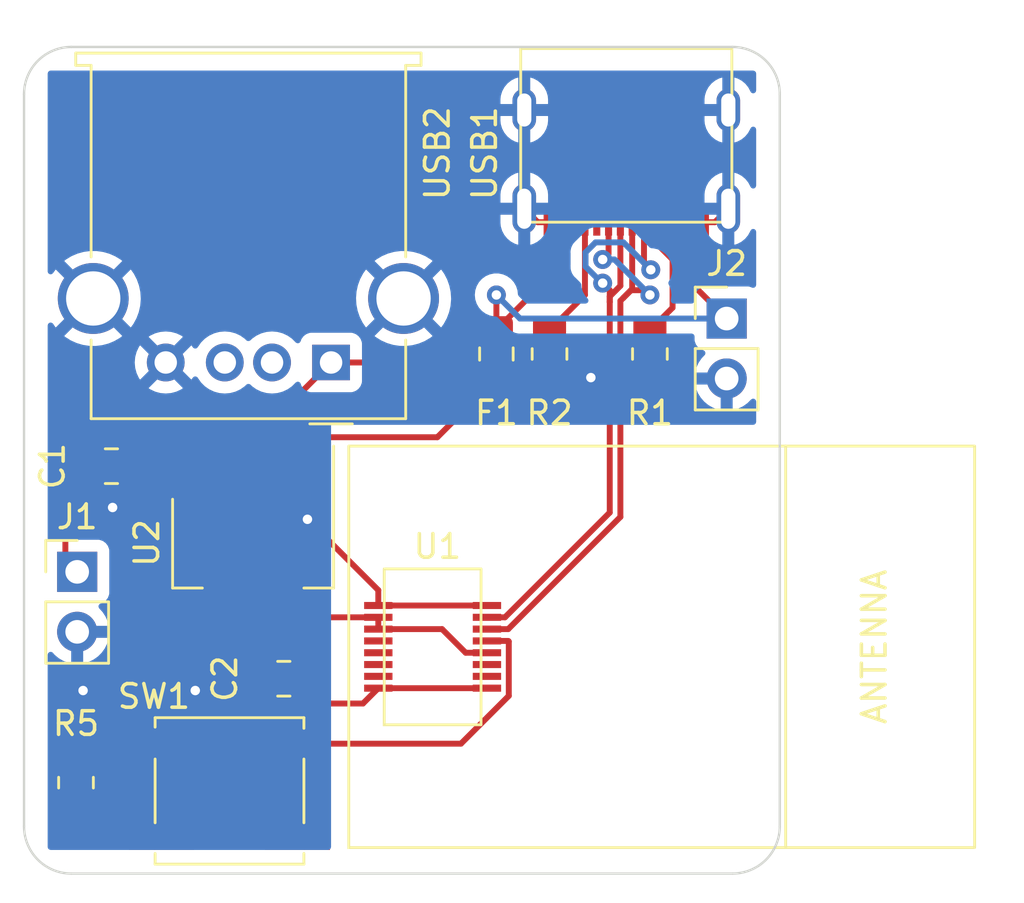
<source format=kicad_pcb>
(kicad_pcb (version 20211014) (generator pcbnew)
  (title_block (title "Wii Bluetooth Sensor Bar") (date "2022-07-03") (rev "A") (company "Ben's Universe") (comment 1 "Ben Owen"))
  (layers (0 "F.Cu" signal) (31 "B.Cu" signal) (34 "B.Paste" user) (35 "F.Paste" user) (36 "B.SilkS" user "B.Silkscreen") (37 "F.SilkS" user "F.Silkscreen") (38 "B.Mask" user) (39 "F.Mask" user) (44 "Edge.Cuts" user))
  (net 0 "")
  (net 1 "Net-(C1-Pad1)")
  (net 2 "GND")
  (net 3 "+3V3")
  (net 4 "+5V")
  (net 5 "Net-(USB1-PadA5)")
  (net 6 "Net-(USB1-PadB5)")
  (net 7 "Net-(USB1-PadA7)")
  (net 8 "Net-(USB1-PadA6)")
  (net 13 "Net-(SW1-Pad2)")
  (footprint "Resistor_SMD:R_0805_2012Metric_Pad1.20x1.40mm_HandSolder" (layer "F.Cu") (at 145.25 89 -90)
    (fp_text reference "R2" (at 2.5 0 180) (layer "F.SilkS"))
    (fp_text value "5.1K")
    (fp_line (start -0.227064 0.735) (end 0.227064 0.735) (layer "F.SilkS") (width 0.12))
    (fp_line (start -0.227064 -0.735) (end 0.227064 -0.735) (layer "F.SilkS") (width 0.12))
    (pad "1" smd roundrect (at -1 0 270) (size 1.2 1.4) (layers "F.Cu" "F.Paste" "F.Mask") (roundrect_rratio 0.208333) (net 6 "Net-(USB1-PadB5)"))
    (pad "2" smd roundrect (at 1 0 270) (size 1.2 1.4) (layers "F.Cu" "F.Paste" "F.Mask") (roundrect_rratio 0.208333) (net 2 "GND"))
  )
  (footprint "Resistor_SMD:R_0805_2012Metric_Pad1.20x1.40mm_HandSolder" (layer "F.Cu") (at 149.5 89 -90)
    (fp_text reference "R1" (at 2.5 0 180) (layer "F.SilkS"))
    (fp_text value "5.1K")
    (fp_line (start -0.227064 0.735) (end 0.227064 0.735) (layer "F.SilkS") (width 0.12))
    (fp_line (start -0.227064 -0.735) (end 0.227064 -0.735) (layer "F.SilkS") (width 0.12))
    (pad "1" smd roundrect (at -1 0 270) (size 1.2 1.4) (layers "F.Cu" "F.Paste" "F.Mask") (roundrect_rratio 0.208333) (net 5 "Net-(USB1-PadA5)"))
    (pad "2" smd roundrect (at 1 0 270) (size 1.2 1.4) (layers "F.Cu" "F.Paste" "F.Mask") (roundrect_rratio 0.208333) (net 2 "GND"))
  )
  (footprint "Capacitor_SMD:C_0805_2012Metric_Pad1.18x1.45mm_HandSolder" (layer "F.Cu") (at 126.7 93.75 180)
    (fp_text reference "C1" (at 2.5 0 90) (layer "F.SilkS"))
    (fp_text value "0.1uF")
    (fp_line (start -0.261252 -0.735) (end 0.261252 -0.735) (layer "F.SilkS") (width 0.12))
    (fp_line (start -0.261252 0.735) (end 0.261252 0.735) (layer "F.SilkS") (width 0.12))
    (pad "1" smd roundrect (at -1.0375 0 180) (size 1.175 1.45) (layers "F.Cu" "F.Paste" "F.Mask") (roundrect_rratio 0.212766) (net 1 "Net-(C1-Pad1)"))
    (pad "2" smd roundrect (at 1.0375 0 180) (size 1.175 1.45) (layers "F.Cu" "F.Paste" "F.Mask") (roundrect_rratio 0.212766) (net 2 "GND"))
  )
  (footprint "Package_TO_SOT_SMD:SOT-223-3_TabPin2" (layer "F.Cu") (at 132.7 97 -90)
    (fp_text reference "U2" (at 0 4.5 -90) (layer "F.SilkS"))
    (fp_text value "LM1117-3.3")
    (fp_line (start -4.1 -3.41) (end 1.91 -3.41) (layer "F.SilkS") (width 0.12))
    (fp_line (start 1.91 -3.41) (end 1.91 -2.15) (layer "F.SilkS") (width 0.12))
    (fp_line (start -1.85 3.41) (end 1.91 3.41) (layer "F.SilkS") (width 0.12))
    (fp_line (start 1.91 3.41) (end 1.91 2.15) (layer "F.SilkS") (width 0.12))
    (pad "1" smd rect (at -3.15 -2.3 270) (size 2 1.5) (layers "F.Cu" "F.Paste" "F.Mask") (net 2 "GND"))
    (pad "2" smd rect (at -3.15 0 270) (size 2 1.5) (layers "F.Cu" "F.Paste" "F.Mask") (net 3 "+3V3"))
    (pad "2" smd rect (at 3.15 0 270) (size 2 3.8) (layers "F.Cu" "F.Paste" "F.Mask") (net 3 "+3V3"))
    (pad "3" smd rect (at -3.15 2.3 270) (size 2 1.5) (layers "F.Cu" "F.Paste" "F.Mask") (net 1 "Net-(C1-Pad1)"))
  )
  (footprint "Capacitor_SMD:C_0805_2012Metric_Pad1.18x1.45mm_HandSolder" (layer "F.Cu") (at 134 102.75 180)
    (fp_text reference "C2" (at 2.5 0 90) (layer "F.SilkS"))
    (fp_text value "0.1uF")
    (fp_line (start -0.261252 0.735) (end 0.261252 0.735) (layer "F.SilkS") (width 0.12))
    (fp_line (start -0.261252 -0.735) (end 0.261252 -0.735) (layer "F.SilkS") (width 0.12))
    (pad "1" smd roundrect (at -1.0375 0 180) (size 1.175 1.45) (layers "F.Cu" "F.Paste" "F.Mask") (roundrect_rratio 0.212766) (net 3 "+3V3"))
    (pad "2" smd roundrect (at 1.0375 0 180) (size 1.175 1.45) (layers "F.Cu" "F.Paste" "F.Mask") (roundrect_rratio 0.212766) (net 2 "GND"))
  )
  (footprint "Connector_USB_Other:USB_C_Receptacle_Amphenol_C12402012" (layer "F.Cu") (at 152.82 78.67 180)
    (fp_text reference "USB1" (at 10.32 -1.83 90 unlocked) (layer "F.SilkS"))
    (fp_text value "USB_C_Receptacle_USB2.0")
    (fp_rect (start -0.15 -4.75) (end 8.79 2.6) (layer "F.SilkS") (width 0.12) (fill none))
    (pad "A1" smd rect (at 0.97 -4.75 180) (size 0.3 1.14) (layers "F.Cu" "F.Paste" "F.Mask") (net 2 "GND"))
    (pad "A4" smd rect (at 1.77 -4.75 180) (size 0.3 1.14) (layers "F.Cu" "F.Paste" "F.Mask") (net 4 "+5V"))
    (pad "A5" smd rect (at 3.07 -4.75 180) (size 0.3 1.14) (layers "F.Cu" "F.Paste" "F.Mask") (net 5 "Net-(USB1-PadA5)"))
    (pad "A6" smd rect (at 4.07 -4.75 180) (size 0.3 1.14) (layers "F.Cu" "F.Paste" "F.Mask") (net 8 "Net-(USB1-PadA6)"))
    (pad "A7" smd rect (at 4.57 -4.75 180) (size 0.3 1.14) (layers "F.Cu" "F.Paste" "F.Mask") (net 7 "Net-(USB1-PadA7)"))
    (pad "A8" smd rect (at 5.57 -4.75 180) (size 0.3 1.14) (layers "F.Cu" "F.Paste" "F.Mask"))
    (pad "A9" smd rect (at 6.87 -4.75 180) (size 0.3 1.14) (layers "F.Cu" "F.Paste" "F.Mask") (net 4 "+5V"))
    (pad "A12" smd rect (at 7.67 -4.75 180) (size 0.3 1.14) (layers "F.Cu" "F.Paste" "F.Mask") (net 2 "GND"))
    (pad "B1" smd rect (at 7.37 -4.75 180) (size 0.3 1.14) (layers "F.Cu" "F.Paste" "F.Mask") (net 2 "GND"))
    (pad "B4" smd rect (at 6.57 -4.75 180) (size 0.3 1.14) (layers "F.Cu" "F.Paste" "F.Mask") (net 4 "+5V"))
    (pad "B5" smd rect (at 6.07 -4.75 180) (size 0.3 1.14) (layers "F.Cu" "F.Paste" "F.Mask") (net 6 "Net-(USB1-PadB5)"))
    (pad "B6" smd rect (at 5.07 -4.75 180) (size 0.3 1.14) (layers "F.Cu" "F.Paste" "F.Mask") (net 8 "Net-(USB1-PadA6)"))
    (pad "B7" smd rect (at 3.57 -4.75 180) (size 0.3 1.14) (layers "F.Cu" "F.Paste" "F.Mask") (net 7 "Net-(USB1-PadA7)"))
    (pad "B8" smd rect (at 2.57 -4.75 180) (size 0.3 1.14) (layers "F.Cu" "F.Paste" "F.Mask"))
    (pad "B9" smd rect (at 2.07 -4.75 180) (size 0.3 1.14) (layers "F.Cu" "F.Paste" "F.Mask") (net 4 "+5V"))
    (pad "B12" smd rect (at 1.27 -4.75 180) (size 0.3 1.14) (layers "F.Cu" "F.Paste" "F.Mask") (net 2 "GND"))
    (pad "S1" thru_hole oval (at 8.64 0 180) (size 1 1.8) (drill oval 0.6 1.4) (layers *.Cu *.Mask) (net 2 "GND"))
    (pad "S1" thru_hole oval (at 8.64 -4.18 180) (size 1 2.1) (drill oval 0.6 1.7) (layers *.Cu *.Mask) (net 2 "GND"))
    (pad "S1" thru_hole oval (at 0 -4.18 180) (size 1 2.1) (drill oval 0.6 1.7) (layers *.Cu *.Mask) (net 2 "GND"))
    (pad "S1" thru_hole oval (at 0 0 180) (size 1 1.8) (drill oval 0.6 1.4) (layers *.Cu *.Mask) (net 2 "GND"))
  )
  (footprint "Connector_PinHeader_2.54mm:PinHeader_1x02_P2.54mm_Vertical" (layer "F.Cu") (at 152.75 87.5)
    (fp_text reference "J2" (at 0 -2.33) (layer "F.SilkS"))
    (fp_text value "LED_Right")
    (fp_line (start 1.33 1.27) (end 1.33 3.87) (layer "F.SilkS") (width 0.12))
    (fp_line (start -1.33 1.27) (end 1.33 1.27) (layer "F.SilkS") (width 0.12))
    (fp_line (start -1.33 1.27) (end -1.33 3.87) (layer "F.SilkS") (width 0.12))
    (fp_line (start -1.33 3.87) (end 1.33 3.87) (layer "F.SilkS") (width 0.12))
    (fp_line (start -1.33 0) (end -1.33 -1.33) (layer "F.SilkS") (width 0.12))
    (fp_line (start -1.33 -1.33) (end 0 -1.33) (layer "F.SilkS") (width 0.12))
    (pad "1" thru_hole rect (at 0 0) (size 1.7 1.7) (drill 1) (layers *.Cu *.Mask) (net 4 "+5V"))
    (pad "2" thru_hole oval (at 0 2.54) (size 1.7 1.7) (drill 1) (layers *.Cu *.Mask) (net 2 "GND"))
  )
  (footprint "Connector_USB:USB_A_Molex_67643_Horizontal" (layer "F.Cu") (at 136 89.36 180)
    (fp_text reference "USB2" (at -4.5 8.86 90) (layer "F.SilkS"))
    (fp_text value "USB_A")
    (fp_line (start 10.16 4.47) (end 10.16 12.58) (layer "F.SilkS") (width 0.12))
    (fp_line (start -3.16 -2.38) (end 10.16 -2.38) (layer "F.SilkS") (width 0.12))
    (fp_line (start -3.16 -2.38) (end -3.16 0.95) (layer "F.SilkS") (width 0.12))
    (fp_line (start -0.9 -2.6) (end 0.9 -2.6) (layer "F.SilkS") (width 0.12))
    (fp_line (start 10.81 12.58) (end 10.16 12.58) (layer "F.SilkS") (width 0.12))
    (fp_line (start -3.81 12.58) (end -3.81 13.1) (layer "F.SilkS") (width 0.12))
    (fp_line (start -3.16 12.58) (end -3.81 12.58) (layer "F.SilkS") (width 0.12))
    (fp_line (start -3.16 12.58) (end -3.16 4.47) (layer "F.SilkS") (width 0.12))
    (fp_line (start 10.81 13.1) (end 10.81 12.58) (layer "F.SilkS") (width 0.12))
    (fp_line (start -3.81 13.1) (end 10.81 13.1) (layer "F.SilkS") (width 0.12))
    (fp_line (start 10.16 -2.38) (end 10.16 0.95) (layer "F.SilkS") (width 0.12))
    (pad "1" thru_hole rect (at 0 0 180) (size 1.6 1.5) (drill 0.95) (layers *.Cu *.Mask) (net 4 "+5V"))
    (pad "2" thru_hole circle (at 2.5 0 180) (size 1.6 1.6) (drill 0.95) (layers *.Cu *.Mask))
    (pad "3" thru_hole circle (at 4.5 0 180) (size 1.6 1.6) (drill 0.95) (layers *.Cu *.Mask))
    (pad "4" thru_hole circle (at 7 0 180) (size 1.6 1.6) (drill 0.95) (layers *.Cu *.Mask) (net 2 "GND"))
    (pad "5" thru_hole circle (at -3.07 2.71 180) (size 3 3) (drill 2.3) (layers *.Cu *.Mask) (net 2 "GND"))
    (pad "5" thru_hole circle (at 10.07 2.71 180) (size 3 3) (drill 2.3) (layers *.Cu *.Mask) (net 2 "GND"))
  )
  (footprint "Fuse:Fuse_0805_2012Metric_Pad1.15x1.40mm_HandSolder" (layer "F.Cu") (at 143 89 -90)
    (fp_text reference "F1" (at 2.5 0 180) (layer "F.SilkS"))
    (fp_text value "500mA")
    (fp_line (start -0.261252 -0.71) (end 0.261252 -0.71) (layer "F.SilkS") (width 0.12))
    (fp_line (start -0.261252 0.71) (end 0.261252 0.71) (layer "F.SilkS") (width 0.12))
    (pad "1" smd roundrect (at -1.025 0 270) (size 1.15 1.4) (layers "F.Cu" "F.Paste" "F.Mask") (roundrect_rratio 0.217391) (net 4 "+5V"))
    (pad "2" smd roundrect (at 1.025 0 270) (size 1.15 1.4) (layers "F.Cu" "F.Paste" "F.Mask") (roundrect_rratio 0.217391) (net 1 "Net-(C1-Pad1)"))
  )
  (footprint "Button_Switch_SMD:SW_SPST_EVPBF" (layer "F.Cu") (at 131.7 107.5 180)
    (fp_text reference "SW1" (at 3.2 4) (layer "F.SilkS"))
    (fp_text value "SW_Push")
    (fp_line (start 3.15 3.1) (end 3.15 2.7) (layer "F.SilkS") (width 0.12))
    (fp_line (start -3.15 -3.1) (end 3.15 -3.1) (layer "F.SilkS") (width 0.12))
    (fp_line (start 3.15 -3.1) (end 3.15 -2.65) (layer "F.SilkS") (width 0.12))
    (fp_line (start -3.15 -2.65) (end -3.15 -3.1) (layer "F.SilkS") (width 0.12))
    (fp_line (start 3.15 -1.35) (end 3.15 1.35) (layer "F.SilkS") (width 0.12))
    (fp_line (start -3.15 2.65) (end -3.15 3.1) (layer "F.SilkS") (width 0.12))
    (fp_line (start -3.15 1.35) (end -3.15 -1.35) (layer "F.SilkS") (width 0.12))
    (fp_line (start -3.15 3.1) (end 3.15 3.1) (layer "F.SilkS") (width 0.12))
    (pad "1" smd rect (at 2.88 -2 180) (size 2.75 1) (layers "F.Cu" "F.Paste" "F.Mask") (net 3 "+3V3"))
    (pad "1" smd rect (at -2.88 -2 180) (size 2.75 1) (layers "F.Cu" "F.Paste" "F.Mask") (net 3 "+3V3"))
    (pad "2" smd rect (at 2.88 2 180) (size 2.75 1) (layers "F.Cu" "F.Paste" "F.Mask") (net 13 "Net-(SW1-Pad2)"))
    (pad "2" smd rect (at -2.88 2 180) (size 2.75 1) (layers "F.Cu" "F.Paste" "F.Mask") (net 13 "Net-(SW1-Pad2)"))
  )
  (footprint "Resistor_SMD:R_0805_2012Metric_Pad1.20x1.40mm_HandSolder" (layer "F.Cu") (at 125.2 107.15 90)
    (fp_text reference "R5" (at 2.5 0 180) (layer "F.SilkS"))
    (fp_text value "10K")
    (fp_line (start -0.227064 0.735) (end 0.227064 0.735) (layer "F.SilkS") (width 0.12))
    (fp_line (start -0.227064 -0.735) (end 0.227064 -0.735) (layer "F.SilkS") (width 0.12))
    (pad "1" smd roundrect (at -1 0 90) (size 1.2 1.4) (layers "F.Cu" "F.Paste" "F.Mask") (roundrect_rratio 0.208333) (net 3 "+3V3"))
    (pad "2" smd roundrect (at 1 0 90) (size 1.2 1.4) (layers "F.Cu" "F.Paste" "F.Mask") (roundrect_rratio 0.208333) (net 2 "GND"))
  )
  (footprint "Connector_PinHeader_2.54mm:PinHeader_1x02_P2.54mm_Vertical" (layer "F.Cu") (at 125.25 98.225)
    (fp_text reference "J1" (at 0 -2.33) (layer "F.SilkS"))
    (fp_text value "LED_Left")
    (fp_line (start -1.33 -1.33) (end 0 -1.33) (layer "F.SilkS") (width 0.12))
    (fp_line (start -1.33 0) (end -1.33 -1.33) (layer "F.SilkS") (width 0.12))
    (fp_line (start -1.33 1.27) (end 1.33 1.27) (layer "F.SilkS") (width 0.12))
    (fp_line (start 1.33 1.27) (end 1.33 3.87) (layer "F.SilkS") (width 0.12))
    (fp_line (start -1.33 3.87) (end 1.33 3.87) (layer "F.SilkS") (width 0.12))
    (fp_line (start -1.33 1.27) (end -1.33 3.87) (layer "F.SilkS") (width 0.12))
    (pad "1" thru_hole rect (at 0 0) (size 1.7 1.7) (drill 1) (layers *.Cu *.Mask) (net 4 "+5V"))
    (pad "2" thru_hole oval (at 0 2.54) (size 1.7 1.7) (drill 1) (layers *.Cu *.Mask) (net 2 "GND"))
  )
  (footprint "Connector_Other:J27H002" (layer "F.Cu") (at 138 103.15 90)
    (fp_text reference "U1" (at 6 2.5 unlocked) (layer "F.SilkS"))
    (fp_text value "J27H002")
    (fp_text user "ANTENNA" (at 1.75 21 90 unlocked) (layer "F.SilkS"))
    (fp_line (start 10.25 17.25) (end -6.75 17.25) (layer "F.SilkS") (width 0.12))
    (fp_rect (start -1.55 0.25) (end 5.05 4.35) (layer "F.SilkS") (width 0.12) (fill none))
    (fp_rect (start -6.75 -1.25) (end 10.25 25.25) (layer "F.SilkS") (width 0.12) (fill none))
    (pad "1" smd rect (at 0 0 90) (size 0.3 1.2) (layers "F.Cu" "F.Paste" "F.Mask") (net 2 "GND"))
    (pad "2" smd rect (at 0.5 0 90) (size 0.3 1.2) (layers "F.Cu" "F.Paste" "F.Mask"))
    (pad "3" smd rect (at 1 0 90) (size 0.3 1.2) (layers "F.Cu" "F.Paste" "F.Mask"))
    (pad "4" smd rect (at 1.5 0 90) (size 0.3 1.2) (layers "F.Cu" "F.Paste" "F.Mask"))
    (pad "5" smd rect (at 2 0 90) (size 0.3 1.2) (layers "F.Cu" "F.Paste" "F.Mask"))
    (pad "6" smd rect (at 2.5 0 90) (size 0.3 1.2) (layers "F.Cu" "F.Paste" "F.Mask") (net 3 "+3V3"))
    (pad "7" smd rect (at 3 0 90) (size 0.3 1.2) (layers "F.Cu" "F.Paste" "F.Mask") (net 3 "+3V3"))
    (pad "8" smd rect (at 3.5 0 90) (size 0.3 1.2) (layers "F.Cu" "F.Paste" "F.Mask") (net 2 "GND"))
    (pad "9" smd rect (at 3.5 4.6 90) (size 0.3 1.2) (layers "F.Cu" "F.Paste" "F.Mask") (net 2 "GND"))
    (pad "10" smd rect (at 3 4.6 90) (size 0.3 1.2) (layers "F.Cu" "F.Paste" "F.Mask") (net 7 "Net-(USB1-PadA7)"))
    (pad "11" smd rect (at 2.5 4.6 90) (size 0.3 1.2) (layers "F.Cu" "F.Paste" "F.Mask") (net 8 "Net-(USB1-PadA6)"))
    (pad "12" smd rect (at 2 4.6 90) (size 0.3 1.2) (layers "F.Cu" "F.Paste" "F.Mask") (net 13 "Net-(SW1-Pad2)"))
    (pad "13" smd rect (at 1.5 4.6 90) (size 0.3 1.2) (layers "F.Cu" "F.Paste" "F.Mask") (net 3 "+3V3"))
    (pad "14" smd rect (at 1 4.6 90) (size 0.3 1.2) (layers "F.Cu" "F.Paste" "F.Mask"))
    (pad "15" smd rect (at 0.5 4.6 90) (size 0.3 1.2) (layers "F.Cu" "F.Paste" "F.Mask"))
    (pad "16" smd rect (at 0 4.6 90) (size 0.3 1.2) (layers "F.Cu" "F.Paste" "F.Mask") (net 2 "GND"))
  )
  (gr_arc (start 125 111) (mid 123.585786 110.414214) (end 123 109) (layer "Edge.Cuts") (width 0.1))
  (gr_line (start 123 109) (end 123 78) (layer "Edge.Cuts") (width 0.1))
  (gr_line (start 125 76) (end 153 76) (layer "Edge.Cuts") (width 0.1))
  (gr_arc (start 153 76) (mid 154.414214 76.585786) (end 155 78) (layer "Edge.Cuts") (width 0.1))
  (gr_arc (start 123 78) (mid 123.585786 76.585786) (end 125 76) (layer "Edge.Cuts") (width 0.1))
  (gr_line (start 155 78) (end 155 109) (layer "Edge.Cuts") (width 0.1))
  (gr_line (start 153 111) (end 125 111) (layer "Edge.Cuts") (width 0.1))
  (gr_arc (start 155 109) (mid 154.414214 110.414214) (end 153 111) (layer "Edge.Cuts") (width 0.1))
  (segment (start 131.725 92.525) (end 130.4 93.85) (width 0.25) (layer "F.Cu") (net 1))
  (segment (start 143 90.025) (end 140.5 92.525) (width 0.25) (layer "F.Cu") (net 1))
  (segment (start 130.4 93.85) (end 127.8375 93.85) (width 0.25) (layer "F.Cu") (net 1))
  (segment (start 140.5 92.525) (end 131.725 92.525) (width 0.25) (layer "F.Cu") (net 1))
  (segment (start 127.8375 93.85) (end 127.7375 93.75) (width 0.25) (layer "F.Cu") (net 1))
  (segment (start 132.9625 102.75) (end 130.75 102.75) (width 0.25) (layer "F.Cu") (net 2))
  (segment (start 130.75 102.75) (end 130.25 103.25) (width 0.25) (layer "F.Cu") (net 2))
  (segment (start 125.2 103.55) (end 125.5 103.25) (width 0.25) (layer "F.Cu") (net 2))
  (segment (start 138 99) (end 135 96) (width 0.25) (layer "F.Cu") (net 2))
  (segment (start 144.75 83.42) (end 144.18 82.85) (width 0.25) (layer "F.Cu") (net 2))
  (segment (start 125.6625 93.75) (end 125.6625 94.4125) (width 0.25) (layer "F.Cu") (net 2))
  (segment (start 142.6 99.65) (end 138 99.65) (width 0.25) (layer "F.Cu") (net 2))
  (segment (start 125.2 106.15) (end 125.2 103.55) (width 0.25) (layer "F.Cu") (net 2))
  (segment (start 137.35 103.8) (end 134.0125 103.8) (width 0.25) (layer "F.Cu") (net 2))
  (segment (start 152.25 83.42) (end 152.82 82.85) (width 0.25) (layer "F.Cu") (net 2))
  (segment (start 149.54 90.04) (end 152.75 90.04) (width 0.25) (layer "F.Cu") (net 2))
  (segment (start 145.15 83.42) (end 144.75 83.42) (width 0.25) (layer "F.Cu") (net 2))
  (segment (start 151.85 83.42) (end 152.25 83.42) (width 0.25) (layer "F.Cu") (net 2))
  (segment (start 138 103.15) (end 137.35 103.8) (width 0.25) (layer "F.Cu") (net 2))
  (segment (start 125.6625 94.4125) (end 126.75 95.5) (width 0.25) (layer "F.Cu") (net 2))
  (segment (start 142.6 103.15) (end 138 103.15) (width 0.25) (layer "F.Cu") (net 2))
  (segment (start 135 93.85) (end 135 96) (width 0.25) (layer "F.Cu") (net 2))
  (segment (start 138 99.65) (end 138 99) (width 0.25) (layer "F.Cu") (net 2))
  (segment (start 149.5 90) (end 149.54 90.04) (width 0.25) (layer "F.Cu") (net 2))
  (segment (start 145.25 90) (end 147 90) (width 0.25) (layer "F.Cu") (net 2))
  (segment (start 134.0125 103.8) (end 132.9625 102.75) (width 0.25) (layer "F.Cu") (net 2))
  (via (at 135 96) (size 0.8) (drill 0.4) (layers "F.Cu" "B.Cu") (net 2))
  (via (at 125.5 103.25) (size 0.8) (drill 0.4) (layers "F.Cu" "B.Cu") (net 2))
  (via (at 147 90) (size 0.8) (drill 0.4) (layers "F.Cu" "B.Cu") (net 2))
  (via (at 130.25 103.25) (size 0.8) (drill 0.4) (layers "F.Cu" "B.Cu") (net 2))
  (via (at 126.75 95.5) (size 0.8) (drill 0.4) (layers "F.Cu" "B.Cu") (net 2))
  (segment (start 126.225 107.125) (end 125.2 108.15) (width 0.25) (layer "F.Cu") (net 3))
  (segment (start 126.225 105.725) (end 126.225 107.125) (width 0.25) (layer "F.Cu") (net 3))
  (segment (start 132.7 100.15) (end 131.8 100.15) (width 0.25) (layer "F.Cu") (net 3))
  (segment (start 125.2 108.15) (end 126.55 109.5) (width 0.25) (layer "F.Cu") (net 3))
  (segment (start 134.58 109.5) (end 128.82 109.5) (width 0.25) (layer "F.Cu") (net 3))
  (segment (start 135.0375 102.4875) (end 132.7 100.15) (width 0.25) (layer "F.Cu") (net 3))
  (segment (start 132.7 100.15) (end 138 100.15) (width 0.25) (layer "F.Cu") (net 3))
  (segment (start 140.7 100.65) (end 141.7 101.65) (width 0.25) (layer "F.Cu") (net 3))
  (segment (start 141.7 101.65) (end 142.6 101.65) (width 0.25) (layer "F.Cu") (net 3))
  (segment (start 135.0375 102.75) (end 135.0375 102.4875) (width 0.25) (layer "F.Cu") (net 3))
  (segment (start 131.8 100.15) (end 126.225 105.725) (width 0.25) (layer "F.Cu") (net 3))
  (segment (start 126.55 109.5) (end 128.82 109.5) (width 0.25) (layer "F.Cu") (net 3))
  (segment (start 132.7 93.85) (end 132.7 100.15) (width 0.25) (layer "F.Cu") (net 3))
  (segment (start 138 100.65) (end 140.7 100.65) (width 0.25) (layer "F.Cu") (net 3))
  (segment (start 138 100.65) (end 138 100.15) (width 0.25) (layer "F.Cu") (net 3))
  (segment (start 143 86.5) (end 143 87.975) (width 0.25) (layer "F.Cu") (net 4))
  (segment (start 133.86 91.5) (end 136 89.36) (width 0.25) (layer "F.Cu") (net 4))
  (segment (start 126.25 91.5) (end 133.86 91.5) (width 0.25) (layer "F.Cu") (net 4))
  (segment (start 125.25 98.225) (end 124.75 97.725) (width 0.25) (layer "F.Cu") (net 4))
  (segment (start 151.05 85.8) (end 152.75 87.5) (width 0.25) (layer "F.Cu") (net 4))
  (segment (start 124.75 97.725) (end 124.75 93) (width 0.25) (layer "F.Cu") (net 4))
  (segment (start 143 87.975) (end 145.95 85.025) (width 0.25) (layer "F.Cu") (net 4))
  (segment (start 143 87.975) (end 141.615 89.36) (width 0.25) (layer "F.Cu") (net 4))
  (segment (start 151.05 83.42) (end 151.05 85.8) (width 0.25) (layer "F.Cu") (net 4))
  (segment (start 124.75 93) (end 126.25 91.5) (width 0.25) (layer "F.Cu") (net 4))
  (segment (start 145.95 85.025) (end 145.95 83.42) (width 0.25) (layer "F.Cu") (net 4))
  (segment (start 141.615 89.36) (end 136 89.36) (width 0.25) (layer "F.Cu") (net 4))
  (via (at 143 86.5) (size 0.8) (drill 0.4) (layers "F.Cu" "B.Cu") (net 4))
  (segment (start 152.75 87.5) (end 144 87.5) (width 0.25) (layer "B.Cu") (net 4))
  (segment (start 144 87.5) (end 143 86.5) (width 0.25) (layer "B.Cu") (net 4))
  (segment (start 149.75 83.42) (end 149.75 84.29) (width 0.25) (layer "F.Cu") (net 5))
  (segment (start 149.75 84.29) (end 150.46 85) (width 0.25) (layer "F.Cu") (net 5))
  (segment (start 150.46 87.04) (end 149.5 88) (width 0.25) (layer "F.Cu") (net 5))
  (segment (start 150.46 85) (end 150.46 87.04) (width 0.25) (layer "F.Cu") (net 5))
  (segment (start 146.75 86.5) (end 146.75 83.42) (width 0.25) (layer "F.Cu") (net 6))
  (segment (start 145.25 88) (end 146.75 86.5) (width 0.25) (layer "F.Cu") (net 6))
  (segment (start 147.8 86.3) (end 147.8 86.8) (width 0.25) (layer "F.Cu") (net 7))
  (segment (start 149.25 85.147171) (end 149.537006 85.434177) (width 0.25) (layer "F.Cu") (net 7))
  (segment (start 148.25 86.113604) (end 148.25 83.42) (width 0.25) (layer "F.Cu") (net 7))
  (segment (start 147.5 86) (end 147.8 86.3) (width 0.25) (layer "F.Cu") (net 7))
  (segment (start 142.6 100.15) (end 143.363604 100.15) (width 0.25) (layer "F.Cu") (net 7))
  (segment (start 147.8 95.713604) (end 147.8 86.8) (width 0.25) (layer "F.Cu") (net 7))
  (segment (start 147.8 86.8) (end 147.8 86.563604) (width 0.25) (layer "F.Cu") (net 7))
  (segment (start 147.8 86.563604) (end 148.25 86.113604) (width 0.25) (layer "F.Cu") (net 7))
  (segment (start 149.25 83.42) (end 149.25 85.147171) (width 0.25) (layer "F.Cu") (net 7))
  (segment (start 143.363604 100.15) (end 147.8 95.713604) (width 0.25) (layer "F.Cu") (net 7))
  (via (at 147.5 86) (size 0.8) (drill 0.4) (layers "F.Cu" "B.Cu") (net 7))
  (via (at 149.537006 85.434177) (size 0.8) (drill 0.4) (layers "F.Cu" "B.Cu") (net 7))
  (segment (start 147.474695 86) (end 147.5 86) (width 0.25) (layer "B.Cu") (net 7))
  (segment (start 146.775 85.300305) (end 147.474695 86) (width 0.25) (layer "B.Cu") (net 7))
  (segment (start 148.377829 84.275) (end 147.199695 84.275) (width 0.25) (layer "B.Cu") (net 7))
  (segment (start 147.199695 84.275) (end 146.775 84.699695) (width 0.25) (layer "B.Cu") (net 7))
  (segment (start 146.775 84.699695) (end 146.775 85.300305) (width 0.25) (layer "B.Cu") (net 7))
  (segment (start 149.537006 85.434177) (end 148.377829 84.275) (width 0.25) (layer "B.Cu") (net 7))
  (segment (start 148.7 86.3) (end 148.375 86.625) (width 0.25) (layer "F.Cu") (net 8))
  (segment (start 147.75 84.75) (end 147.5 85) (width 0.25) (layer "F.Cu") (net 8))
  (segment (start 147.75 83.42) (end 147.75 84.75) (width 0.25) (layer "F.Cu") (net 8))
  (segment (start 149.5 86.5) (end 149.3 86.3) (width 0.25) (layer "F.Cu") (net 8))
  (segment (start 142.6 100.65) (end 143.5 100.65) (width 0.25) (layer "F.Cu") (net 8))
  (segment (start 143.5 100.65) (end 148.25 95.9) (width 0.25) (layer "F.Cu") (net 8))
  (segment (start 149.3 86.3) (end 148.7 86.3) (width 0.25) (layer "F.Cu") (net 8))
  (segment (start 148.375 86.625) (end 148.75 86.25) (width 0.25) (layer "F.Cu") (net 8))
  (segment (start 148.75 86.25) (end 148.75 83.42) (width 0.25) (layer "F.Cu") (net 8))
  (segment (start 148.25 86.75) (end 148.375 86.625) (width 0.25) (layer "F.Cu") (net 8))
  (segment (start 148.25 95.9) (end 148.25 86.75) (width 0.25) (layer "F.Cu") (net 8))
  (via (at 147.5 85) (size 0.8) (drill 0.4) (layers "F.Cu" "B.Cu") (net 8))
  (via (at 149.5 86.5) (size 0.8) (drill 0.4) (layers "F.Cu" "B.Cu") (net 8))
  (segment (start 148 85) (end 149.5 86.5) (width 0.25) (layer "B.Cu") (net 8))
  (segment (start 147.5 85) (end 148 85) (width 0.25) (layer "B.Cu") (net 8))
  (segment (start 141.5 105.5) (end 134.58 105.5) (width 0.25) (layer "F.Cu") (net 13))
  (segment (start 142.6 101.15) (end 143.5 101.15) (width 0.25) (layer "F.Cu") (net 13))
  (segment (start 143.525 101.175) (end 143.525 103.475) (width 0.25) (layer "F.Cu") (net 13))
  (segment (start 128.82 105.5) (end 134.58 105.5) (width 0.25) (layer "F.Cu") (net 13))
  (segment (start 143.525 103.475) (end 141.5 105.5) (width 0.25) (layer "F.Cu") (net 13))
  (segment (start 143.5 101.15) (end 143.525 101.175) (width 0.25) (layer "F.Cu") (net 13))
  (zone (net 2) (net_name "GND") (layer "B.Cu") (connect_pads (clearance 0.508)) (min_thickness 0.254) (fill yes (thermal_gap 0.508) (thermal_bridge_width 0.508))
    (polygon (pts (xy 154 92) (xy 136 92) (xy 136 110) (xy 124 110) (xy 124 77) (xy 154 77)))
  )
)
</source>
